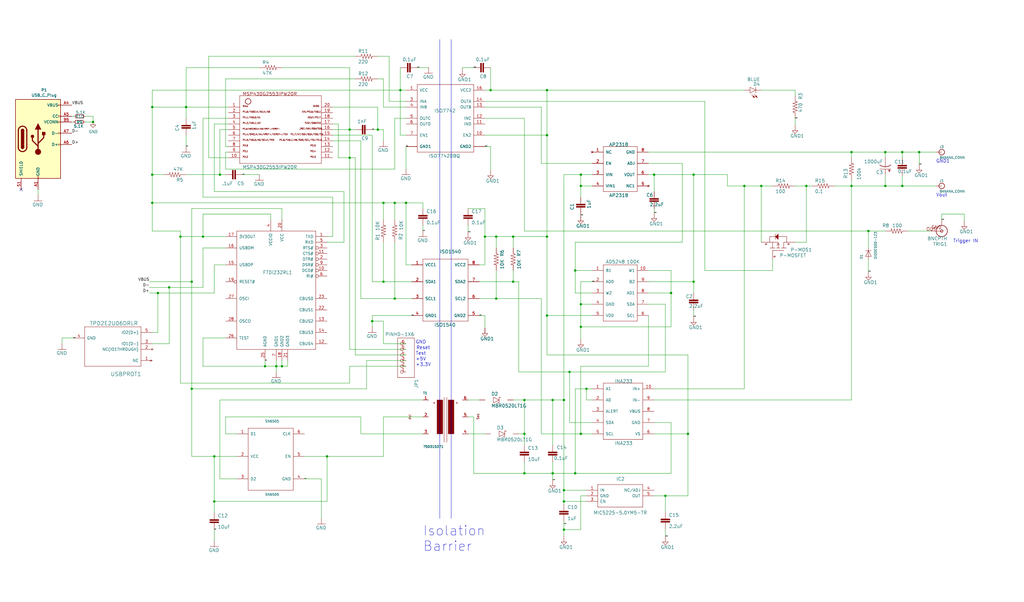
<source format=kicad_sch>
(kicad_sch (version 20230121) (generator eeschema)
  (paper "User" 461.239 271.323)
  (junction (at 218.44 106.68))
  (junction (at 83.82 48.26))
  (junction (at 261.62 78.74))
  (junction (at 177.8 91.44))
  (junction (at 41.91 54.991))
  (junction (at 81.28 106.68))
  (junction (at 86.36 127))
  (junction (at 246.38 106.68))
  (junction (at 231.14 127))
  (junction (at 309.88 195.58))
  (junction (at 261.62 147.32))
  (junction (at 96.52 226.06))
  (junction (at 259.08 121.92))
  (junction (at 236.22 213.36))
  (junction (at 383.54 83.82))
  (junction (at 261.62 137.16))
  (junction (at 248.92 213.36))
  (junction (at 391.16 104.14))
  (junction (at 363.22 83.82))
  (junction (at 170.18 58.42))
  (junction (at 68.58 48.26))
  (junction (at 172.72 91.44))
  (junction (at 246.38 40.64))
  (junction (at 99.06 78.74))
  (junction (at 86.36 175.26))
  (junction (at 223.52 134.62))
  (junction (at 302.26 132.08))
  (junction (at 248.92 180.34))
  (junction (at 246.38 142.24))
  (junction (at 254 238.76))
  (junction (at 91.44 106.68))
  (junction (at 294.64 78.74))
  (junction (at 147.32 205.74))
  (junction (at 299.72 223.52))
  (junction (at 406.4 83.82))
  (junction (at 127 165.1))
  (junction (at 312.42 78.74))
  (junction (at 68.58 78.74))
  (junction (at 254 220.98))
  (junction (at 254 226.06))
  (junction (at 172.72 127))
  (junction (at 414.02 68.58))
  (junction (at 96.52 205.74))
  (junction (at 254 180.34))
  (junction (at 406.4 68.58))
  (junction (at 68.58 91.44))
  (junction (at 256.54 167.64))
  (junction (at 383.54 68.58))
  (junction (at 119.38 165.1))
  (junction (at 246.38 60.96))
  (junction (at 231.14 106.68))
  (junction (at 180.34 40.64))
  (junction (at 182.88 91.44))
  (junction (at 261.62 83.82))
  (junction (at 335.28 83.82))
  (junction (at 264.16 175.26))
  (junction (at 398.78 68.58))
  (junction (at 177.8 134.62))
  (junction (at 398.78 83.82))
  (junction (at 167.64 144.78))
  (junction (at 157.48 58.42))
  (junction (at 124.46 165.1))
  (junction (at 157.48 71.12))
  (junction (at 312.42 127))
  (junction (at 259.08 213.36))
  (junction (at 223.52 106.68))
  (junction (at 342.9 83.82))
  (junction (at 261.62 195.58))
  (junction (at 76.2 129.54))
  (junction (at 71.12 132.08))
  (junction (at 236.22 180.34))
  (junction (at 236.22 195.58))
  (junction (at 220.98 40.64))
  (no_connect (at 9.525 85.471))
  (wire (pts (xy 106.68 215.9) (xy 99.06 215.9)))
  (wire (pts (xy 149.86 88.9) (xy 91.44 88.9)))
  (wire (pts (xy 414.02 68.58) (xy 406.4 68.58)))
  (wire (pts (xy 223.52 106.68) (xy 231.14 106.68)))
  (wire (pts (xy 172.72 187.96) (xy 190.5 187.96)))
  (wire (pts (xy 157.48 58.42) (xy 160.02 58.42)))
  (wire (pts (xy 71.12 149.86) (xy 71.12 132.08)))
  (wire (pts (xy 83.82 53.34) (xy 83.82 48.26)))
  (wire (pts (xy 91.44 88.9) (xy 91.44 53.34)))
  (wire (pts (xy 266.7 142.24) (xy 246.38 142.24)))
  (wire (pts (xy 398.78 78.74) (xy 398.78 83.82)))
  (wire (pts (xy 144.78 215.9) (xy 144.78 233.68)))
  (wire (pts (xy 243.84 195.58) (xy 261.62 195.58)))
  (wire (pts (xy 248.92 180.34) (xy 254 180.34)))
  (wire (pts (xy 172.72 127) (xy 185.42 127)))
  (wire (pts (xy 99.06 180.34) (xy 190.5 180.34)))
  (wire (pts (xy 91.44 106.68) (xy 101.6 106.68)))
  (wire (pts (xy 96.52 231.14) (xy 96.52 226.06)))
  (wire (pts (xy 261.62 223.52) (xy 261.62 238.76)))
  (wire (pts (xy 162.56 195.58) (xy 190.5 195.58)))
  (wire (pts (xy 170.18 48.26) (xy 170.18 58.42)))
  (wire (pts (xy 210.82 195.58) (xy 218.44 195.58)))
  (wire (pts (xy 236.22 208.28) (xy 236.22 213.36)))
  (wire (pts (xy 391.16 111.76) (xy 391.16 104.14)))
  (wire (pts (xy 180.34 40.64) (xy 68.58 40.64)))
  (wire (pts (xy 68.58 149.86) (xy 71.12 149.86)))
  (wire (pts (xy 71.12 132.08) (xy 96.52 132.08)))
  (wire (pts (xy 119.38 162.56) (xy 119.38 165.1)))
  (wire (pts (xy 99.06 58.42) (xy 99.06 78.74)))
  (wire (pts (xy 17.145 85.471) (xy 17.145 88.011)))
  (wire (pts (xy 335.28 175.26) (xy 294.64 175.26)))
  (wire (pts (xy 68.58 48.26) (xy 83.82 48.26)))
  (wire (pts (xy 312.42 127) (xy 312.42 78.74)))
  (wire (pts (xy 167.64 144.78) (xy 167.64 147.32)))
  (wire (pts (xy 383.54 68.58) (xy 292.1 68.58)))
  (wire (pts (xy 302.26 213.36) (xy 259.08 213.36)))
  (wire (pts (xy 292.1 121.92) (xy 302.26 121.92)))
  (wire (pts (xy 223.52 111.76) (xy 223.52 106.68)))
  (wire (pts (xy 317.5 121.92) (xy 347.98 121.92)))
  (wire (pts (xy 266.7 78.74) (xy 261.62 78.74)))
  (wire (pts (xy 157.48 71.12) (xy 160.02 71.12)))
  (wire (pts (xy 218.44 60.96) (xy 246.38 60.96)))
  (wire (pts (xy 294.64 86.36) (xy 294.64 78.74)))
  (wire (pts (xy 246.38 160.02) (xy 246.38 142.24)))
  (wire (pts (xy 106.68 195.58) (xy 101.6 195.58)))
  (wire (pts (xy 157.48 165.1) (xy 182.88 165.1)))
  (wire (pts (xy 167.64 142.24) (xy 167.64 144.78)))
  (wire (pts (xy 266.7 180.34) (xy 264.16 180.34)))
  (wire (pts (xy 121.92 96.52) (xy 91.44 96.52)))
  (wire (pts (xy 261.62 238.76) (xy 254 238.76)))
  (wire (pts (xy 391.16 122.428) (xy 391.16 116.84)))
  (wire (pts (xy 175.26 25.4) (xy 170.18 25.4)))
  (wire (pts (xy 254 78.74) (xy 261.62 78.74)))
  (wire (pts (xy 299.72 230.886) (xy 299.72 223.52)))
  (wire (pts (xy 127 30.48) (xy 157.48 30.48)))
  (wire (pts (xy 383.54 81.28) (xy 383.54 83.82)))
  (wire (pts (xy 261.62 147.32) (xy 261.62 152.908)))
  (wire (pts (xy 254 180.34) (xy 254 78.74)))
  (wire (pts (xy 223.52 134.62) (xy 243.84 134.62)))
  (wire (pts (xy 81.28 106.68) (xy 81.28 104.14)))
  (wire (pts (xy 177.8 109.22) (xy 177.8 134.62)))
  (wire (pts (xy 347.98 121.92) (xy 347.98 116.84)))
  (wire (pts (xy 157.48 30.48) (xy 157.48 58.42)))
  (wire (pts (xy 254 234.95) (xy 254 238.76)))
  (wire (pts (xy 83.82 66.04) (xy 83.82 60.96)))
  (wire (pts (xy 261.62 165.1) (xy 261.62 195.58)))
  (wire (pts (xy 264.16 220.98) (xy 254 220.98)))
  (wire (pts (xy 406.4 71.374) (xy 406.4 68.58)))
  (wire (pts (xy 264.16 226.06) (xy 254 226.06)))
  (wire (pts (xy 264.16 223.52) (xy 261.62 223.52)))
  (wire (pts (xy 182.88 66.04) (xy 182.88 76.2)))
  (wire (pts (xy 99.06 78.74) (xy 101.6 78.74)))
  (wire (pts (xy 254 220.98) (xy 254 226.06)))
  (wire (pts (xy 363.22 109.22) (xy 363.22 83.82)))
  (wire (pts (xy 154.94 86.36) (xy 154.94 109.22)))
  (wire (pts (xy 180.34 30.48) (xy 180.34 40.64)))
  (wire (pts (xy 162.56 63.5) (xy 162.56 134.62)))
  (wire (pts (xy 177.8 134.62) (xy 185.42 134.62)))
  (wire (pts (xy 215.9 119.38) (xy 218.44 119.38)))
  (wire (pts (xy 307.34 73.66) (xy 307.34 109.22)))
  (wire (pts (xy 264.16 175.26) (xy 259.08 175.26)))
  (wire (pts (xy 147.32 106.68) (xy 149.86 106.68)))
  (wire (pts (xy 261.62 83.82) (xy 261.62 88.9)))
  (wire (pts (xy 33.401 52.451) (xy 32.385 52.451)))
  (wire (pts (xy 124.46 167.64) (xy 124.46 165.1)))
  (wire (pts (xy 220.98 40.64) (xy 246.38 40.64)))
  (wire (pts (xy 342.9 109.22) (xy 342.9 83.82)))
  (wire (pts (xy 96.52 86.36) (xy 154.94 86.36)))
  (wire (pts (xy 172.72 63.5) (xy 172.72 58.42)))
  (wire (pts (xy 236.22 104.14) (xy 391.16 104.14)))
  (wire (pts (xy 294.64 78.74) (xy 312.42 78.74)))
  (wire (pts (xy 299.72 167.64) (xy 256.54 167.64)))
  (wire (pts (xy 398.78 83.82) (xy 406.4 83.82)))
  (wire (pts (xy 93.98 25.4) (xy 160.02 25.4)))
  (wire (pts (xy 91.44 129.54) (xy 91.44 111.76)))
  (wire (pts (xy 91.44 165.1) (xy 119.38 165.1)))
  (wire (pts (xy 102.87 66.04) (xy 101.6 66.04)))
  (wire (pts (xy 302.26 132.08) (xy 292.1 132.08)))
  (wire (pts (xy 177.8 53.34) (xy 177.8 76.2)))
  (wire (pts (xy 68.58 48.26) (xy 68.58 40.64)))
  (wire (pts (xy 83.82 48.26) (xy 83.82 30.48)))
  (wire (pts (xy 398.78 68.58) (xy 383.54 68.58)))
  (polyline (pts (xy 198.12 233.68) (xy 198.12 17.78)))
  (wire (pts (xy 137.16 215.9) (xy 144.78 215.9)))
  (wire (pts (xy 406.4 83.82) (xy 421.64 83.82)))
  (wire (pts (xy 172.72 35.56) (xy 172.72 48.26)))
  (wire (pts (xy 383.54 83.82) (xy 398.78 83.82)))
  (wire (pts (xy 419.1 104.14) (xy 408.94 104.14)))
  (wire (pts (xy 236.22 104.14) (xy 236.22 53.34)))
  (wire (pts (xy 256.54 190.5) (xy 266.7 190.5)))
  (wire (pts (xy 167.64 127) (xy 172.72 127)))
  (wire (pts (xy 220.98 30.48) (xy 220.98 40.64)))
  (wire (pts (xy 231.14 180.34) (xy 236.22 180.34)))
  (wire (pts (xy 27.94 152.4) (xy 27.94 154.94)))
  (wire (pts (xy 213.36 213.36) (xy 236.22 213.36)))
  (wire (pts (xy 246.38 106.68) (xy 246.38 142.24)))
  (wire (pts (xy 213.36 30.48) (xy 208.28 30.48)))
  (wire (pts (xy 406.4 68.58) (xy 398.78 68.58)))
  (wire (pts (xy 157.48 58.42) (xy 157.48 71.12)))
  (wire (pts (xy 81.28 172.72) (xy 157.48 172.72)))
  (wire (pts (xy 147.32 205.74) (xy 172.72 205.74)))
  (wire (pts (xy 86.36 127) (xy 86.36 93.98)))
  (wire (pts (xy 218.44 119.38) (xy 218.44 106.68)))
  (wire (pts (xy 170.18 35.56) (xy 172.72 35.56)))
  (wire (pts (xy 190.5 93.98) (xy 190.5 91.44)))
  (wire (pts (xy 210.82 93.98) (xy 218.44 93.98)))
  (wire (pts (xy 86.36 205.74) (xy 96.52 205.74)))
  (wire (pts (xy 302.26 121.92) (xy 302.26 132.08)))
  (wire (pts (xy 182.88 40.64) (xy 180.34 40.64)))
  (wire (pts (xy 101.6 187.96) (xy 162.56 187.96)))
  (wire (pts (xy 91.44 53.34) (xy 102.87 53.34)))
  (wire (pts (xy 309.88 160.02) (xy 246.38 160.02)))
  (wire (pts (xy 68.58 104.14) (xy 68.58 91.44)))
  (wire (pts (xy 434.34 99.568) (xy 434.34 96.52)))
  (wire (pts (xy 101.6 152.4) (xy 91.44 152.4)))
  (wire (pts (xy 102.87 68.58) (xy 101.6 68.58)))
  (wire (pts (xy 160.02 71.12) (xy 160.02 160.02)))
  (wire (pts (xy 327.66 83.82) (xy 335.28 83.82)))
  (wire (pts (xy 182.88 53.34) (xy 177.8 53.34)))
  (wire (pts (xy 294.64 223.52) (xy 299.72 223.52)))
  (wire (pts (xy 236.22 195.58) (xy 233.68 195.58)))
  (wire (pts (xy 233.68 127) (xy 233.68 167.64)))
  (wire (pts (xy 162.56 187.96) (xy 162.56 195.58)))
  (wire (pts (xy 231.14 111.76) (xy 231.14 106.68)))
  (wire (pts (xy 102.87 58.42) (xy 99.06 58.42)))
  (wire (pts (xy 172.72 144.78) (xy 172.72 154.94)))
  (wire (pts (xy 121.92 99.06) (xy 121.92 96.52)))
  (wire (pts (xy 149.86 63.5) (xy 162.56 63.5)))
  (wire (pts (xy 38.227 54.991) (xy 41.91 54.991)))
  (wire (pts (xy 165.1 175.26) (xy 165.1 162.56)))
  (wire (pts (xy 91.44 152.4) (xy 91.44 165.1)))
  (wire (pts (xy 102.87 55.88) (xy 96.52 55.88)))
  (wire (pts (xy 86.36 127) (xy 86.36 175.26)))
  (wire (pts (xy 398.78 104.14) (xy 391.16 104.14)))
  (wire (pts (xy 38.481 52.451) (xy 41.91 52.451)))
  (wire (pts (xy 177.8 99.06) (xy 177.8 91.44)))
  (wire (pts (xy 243.84 48.26) (xy 243.84 73.66)))
  (wire (pts (xy 149.86 106.68) (xy 149.86 88.9)))
  (wire (pts (xy 210.82 104.648) (xy 210.82 101.6)))
  (wire (pts (xy 358.14 40.64) (xy 358.14 43.18)))
  (wire (pts (xy 172.72 109.22) (xy 172.72 127)))
  (wire (pts (xy 261.62 137.16) (xy 261.62 147.32)))
  (wire (pts (xy 86.36 127) (xy 67.31 127)))
  (wire (pts (xy 307.34 109.22) (xy 259.08 109.22)))
  (wire (pts (xy 236.22 180.34) (xy 248.92 180.34)))
  (wire (pts (xy 327.66 78.74) (xy 327.66 83.82)))
  (wire (pts (xy 312.42 132.08) (xy 312.42 127)))
  (wire (pts (xy 406.4 83.82) (xy 406.4 78.994)))
  (wire (pts (xy 86.36 175.26) (xy 86.36 205.74)))
  (wire (pts (xy 299.72 137.16) (xy 299.72 167.64)))
  (wire (pts (xy 129.54 165.1) (xy 129.54 162.56)))
  (wire (pts (xy 177.8 91.44) (xy 182.88 91.44)))
  (wire (pts (xy 149.86 55.88) (xy 152.4 55.88)))
  (wire (pts (xy 383.54 180.34) (xy 383.54 83.82)))
  (wire (pts (xy 302.26 190.5) (xy 302.26 213.36)))
  (wire (pts (xy 236.22 180.34) (xy 236.22 195.58)))
  (wire (pts (xy 93.98 71.12) (xy 93.98 25.4)))
  (wire (pts (xy 101.6 195.58) (xy 101.6 187.96)))
  (wire (pts (xy 292.1 137.16) (xy 299.72 137.16)))
  (wire (pts (xy 68.58 78.74) (xy 68.58 91.44)))
  (wire (pts (xy 167.64 144.78) (xy 172.72 144.78)))
  (wire (pts (xy 312.42 78.74) (xy 327.66 78.74)))
  (wire (pts (xy 261.62 147.32) (xy 302.26 147.32)))
  (wire (pts (xy 233.68 167.64) (xy 256.54 167.64)))
  (wire (pts (xy 33.02 152.4) (xy 27.94 152.4)))
  (wire (pts (xy 101.6 68.58) (xy 101.6 76.2)))
  (wire (pts (xy 81.28 172.72) (xy 81.28 106.68)))
  (wire (pts (xy 127 165.1) (xy 127 162.56)))
  (wire (pts (xy 172.72 91.44) (xy 177.8 91.44)))
  (wire (pts (xy 246.38 60.96) (xy 246.38 106.68)))
  (wire (pts (xy 157.48 172.72) (xy 157.48 165.1)))
  (wire (pts (xy 81.28 106.68) (xy 91.44 106.68)))
  (wire (pts (xy 101.6 35.56) (xy 160.02 35.56)))
  (wire (pts (xy 96.52 55.88) (xy 96.52 86.36)))
  (wire (pts (xy 414.02 68.58) (xy 421.64 68.58)))
  (wire (pts (xy 223.52 134.62) (xy 223.52 121.92)))
  (wire (pts (xy 147.32 205.74) (xy 147.32 226.06)))
  (wire (pts (xy 149.86 58.42) (xy 157.48 58.42)))
  (wire (pts (xy 261.62 127) (xy 261.62 137.16)))
  (wire (pts (xy 299.72 223.52) (xy 309.88 223.52)))
  (wire (pts (xy 243.84 134.62) (xy 243.84 195.58)))
  (wire (pts (xy 246.38 40.64) (xy 335.28 40.64)))
  (wire (pts (xy 190.5 104.14) (xy 190.5 101.6)))
  (wire (pts (xy 127 165.1) (xy 129.54 165.1)))
  (wire (pts (xy 254 238.76) (xy 254 241.808)))
  (wire (pts (xy 398.78 71.12) (xy 398.78 68.58)))
  (wire (pts (xy 243.84 73.66) (xy 266.7 73.66)))
  (wire (pts (xy 342.9 83.82) (xy 347.98 83.82)))
  (wire (pts (xy 96.52 205.74) (xy 106.68 205.74)))
  (wire (pts (xy 218.44 45.72) (xy 317.5 45.72)))
  (wire (pts (xy 363.22 83.82) (xy 365.76 83.82)))
  (wire (pts (xy 96.52 238.76) (xy 96.52 243.84)))
  (wire (pts (xy 236.22 200.66) (xy 236.22 195.58)))
  (wire (pts (xy 254 227.33) (xy 254 226.06)))
  (wire (pts (xy 167.64 60.96) (xy 167.64 127)))
  (wire (pts (xy 299.72 241.808) (xy 299.72 238.506)))
  (wire (pts (xy 335.28 83.82) (xy 342.9 83.82)))
  (wire (pts (xy 231.14 121.92) (xy 231.14 127)))
  (wire (pts (xy 109.22 78.74) (xy 116.84 78.74)))
  (wire (pts (xy 213.36 213.36) (xy 213.36 187.96)))
  (wire (pts (xy 259.08 175.26) (xy 259.08 213.36)))
  (wire (pts (xy 218.44 48.26) (xy 243.84 48.26)))
  (wire (pts (xy 101.6 66.04) (xy 101.6 35.56)))
  (wire (pts (xy 218.44 40.64) (xy 220.98 40.64)))
  (wire (pts (xy 68.58 91.44) (xy 172.72 91.44)))
  (wire (pts (xy 96.52 119.38) (xy 101.6 119.38)))
  (wire (pts (xy 76.2 129.54) (xy 76.2 154.94)))
  (wire (pts (xy 162.56 134.62) (xy 177.8 134.62)))
  (wire (pts (xy 259.08 109.22) (xy 259.08 121.92)))
  (wire (pts (xy 208.28 30.48) (xy 208.28 30.988)))
  (wire (pts (xy 294.64 190.5) (xy 302.26 190.5)))
  (wire (pts (xy 152.4 55.88) (xy 152.4 71.12)))
  (wire (pts (xy 102.87 71.12) (xy 93.98 71.12)))
  (wire (pts (xy 248.92 213.36) (xy 259.08 213.36)))
  (wire (pts (xy 294.64 195.58) (xy 309.88 195.58)))
  (wire (pts (xy 167.64 142.24) (xy 185.42 142.24)))
  (wire (pts (xy 375.92 83.82) (xy 383.54 83.82)))
  (wire (pts (xy 172.72 99.06) (xy 172.72 91.44)))
  (wire (pts (xy 294.64 96.012) (xy 294.64 93.98)))
  (wire (pts (xy 218.44 93.98) (xy 218.44 106.68)))
  (wire (pts (xy 182.88 91.44) (xy 182.88 119.38)))
  (wire (pts (xy 218.44 66.04) (xy 220.98 66.04)))
  (wire (pts (xy 68.58 48.26) (xy 68.58 78.74)))
  (wire (pts (xy 215.9 127) (xy 231.14 127)))
  (wire (pts (xy 424.18 99.06) (xy 424.18 96.52)))
  (wire (pts (xy 86.36 93.98) (xy 127 93.98)))
  (wire (pts (xy 157.48 71.12) (xy 157.48 157.48)))
  (wire (pts (xy 246.38 60.96) (xy 246.38 40.64)))
  (wire (pts (xy 259.08 121.92) (xy 259.08 132.08)))
  (wire (pts (xy 266.7 127) (xy 261.62 127)))
  (wire (pts (xy 96.52 132.08) (xy 96.52 119.38)))
  (wire (pts (xy 101.6 76.2) (xy 177.8 76.2)))
  (wire (pts (xy 261.62 97.028) (xy 261.62 96.52)))
  (wire (pts (xy 292.1 142.24) (xy 292.1 165.1)))
  (wire (pts (xy 99.06 78.74) (xy 83.82 78.74)))
  (wire (pts (xy 218.44 106.68) (xy 223.52 106.68)))
  (wire (pts (xy 312.42 142.748) (xy 312.42 139.7)))
  (wire (pts (xy 292.1 73.66) (xy 307.34 73.66)))
  (wire (pts (xy 182.88 119.38) (xy 185.42 119.38)))
  (wire (pts (xy 76.2 129.54) (xy 91.44 129.54)))
  (wire (pts (xy 358.14 53.34) (xy 358.14 56.388)))
  (wire (pts (xy 213.36 187.96) (xy 210.82 187.96)))
  (wire (pts (xy 147.32 226.06) (xy 96.52 226.06)))
  (wire (pts (xy 383.54 71.12) (xy 383.54 68.58)))
  (wire (pts (xy 102.87 48.26) (xy 83.82 48.26)))
  (wire (pts (xy 137.16 205.74) (xy 147.32 205.74)))
  (wire (pts (xy 215.9 134.62) (xy 223.52 134.62)))
  (wire (pts (xy 180.34 60.96) (xy 180.34 40.64)))
  (wire (pts (xy 182.88 60.96) (xy 180.34 60.96)))
  (wire (pts (xy 127 93.98) (xy 127 99.06)))
  (wire (pts (xy 261.62 195.58) (xy 266.7 195.58)))
  (polyline (pts (xy 203.2 233.68) (xy 203.2 17.78)))
  (wire (pts (xy 154.94 109.22) (xy 147.32 109.22)))
  (wire (pts (xy 210.82 180.34) (xy 215.9 180.34)))
  (wire (pts (xy 175.26 45.72) (xy 182.88 45.72)))
  (wire (pts (xy 266.7 83.82) (xy 261.62 83.82)))
  (wire (pts (xy 41.91 52.451) (xy 41.91 54.991)))
  (wire (pts (xy 81.28 104.14) (xy 68.58 104.14)))
  (wire (pts (xy 414.02 74.168) (xy 414.02 68.58)))
  (wire (pts (xy 231.14 106.68) (xy 246.38 106.68)))
  (wire (pts (xy 157.48 157.48) (xy 182.88 157.48)))
  (wire (pts (xy 248.92 213.36) (xy 248.92 216.408)))
  (wire (pts (xy 149.86 48.26) (xy 170.18 48.26)))
  (wire (pts (xy 259.08 132.08) (xy 266.7 132.08)))
  (wire (pts (xy 215.9 142.24) (xy 218.44 142.24)))
  (wire (pts (xy 124.46 165.1) (xy 124.46 162.56)))
  (wire (pts (xy 236.22 213.36) (xy 248.92 213.36)))
  (wire (pts (xy 309.88 195.58) (xy 309.88 160.02)))
  (wire (pts (xy 292.1 165.1) (xy 261.62 165.1)))
  (wire (pts (xy 182.88 48.26) (xy 172.72 48.26)))
  (wire (pts (xy 218.44 53.34) (xy 236.22 53.34)))
  (wire (pts (xy 335.28 83.82) (xy 335.28 175.26)))
  (wire (pts (xy 266.7 175.26) (xy 264.16 175.26)))
  (wire (pts (xy 187.96 30.48) (xy 193.04 30.48)))
  (wire (pts (xy 119.38 165.1) (xy 124.46 165.1)))
  (wire (pts (xy 248.92 200.66) (xy 248.92 180.34)))
  (wire (pts (xy 165.1 162.56) (xy 182.88 162.56)))
  (wire (pts (xy 152.4 71.12) (xy 157.48 71.12)))
  (wire (pts (xy 170.18 58.42) (xy 172.72 58.42)))
  (wire (pts (xy 91.44 96.52) (xy 91.44 106.68)))
  (wire (pts (xy 266.7 137.16) (xy 261.62 137.16)))
  (wire (pts (xy 32.385 54.991) (xy 33.147 54.991)))
  (wire (pts (xy 261.62 78.74) (xy 261.62 83.82)))
  (wire (pts (xy 342.9 40.64) (xy 358.14 40.64)))
  (wire (pts (xy 292.1 127) (xy 312.42 127)))
  (wire (pts (xy 358.14 109.22) (xy 363.22 109.22)))
  (wire (pts (xy 259.08 121.92) (xy 266.7 121.92)))
  (wire (pts (xy 73.66 78.74) (xy 68.58 78.74)))
  (wire (pts (xy 67.31 129.54) (xy 76.2 129.54)))
  (wire (pts (xy 99.06 215.9) (xy 99.06 180.34)))
  (wire (pts (xy 83.82 30.48) (xy 116.84 30.48)))
  (wire (pts (xy 91.44 111.76) (xy 101.6 111.76)))
  (wire (pts (xy 317.5 45.72) (xy 317.5 121.92)))
  (wire (pts (xy 190.5 91.44) (xy 182.88 91.44)))
  (wire (pts (xy 264.16 180.34) (xy 264.16 175.26)))
  (wire (pts (xy 248.92 213.36) (xy 248.92 208.28)))
  (wire (pts (xy 309.88 223.52) (xy 309.88 195.58)))
  (wire (pts (xy 160.02 160.02) (xy 182.88 160.02)))
  (wire (pts (xy 424.18 96.52) (xy 434.34 96.52)))
  (wire (pts (xy 256.54 167.64) (xy 256.54 190.5)))
  (wire (pts (xy 218.44 142.24) (xy 218.44 147.828)))
  (wire (pts (xy 358.14 83.82) (xy 363.22 83.82)))
  (wire (pts (xy 292.1 78.74) (xy 294.64 78.74)))
  (wire (pts (xy 167.64 58.42) (xy 170.18 58.42)))
  (wire (pts (xy 86.36 175.26) (xy 165.1 175.26)))
  (wire (pts (xy 302.26 147.32) (xy 302.26 132.08)))
  (wire (pts (xy 231.14 127) (xy 233.68 127)))
  (wire (pts (xy 76.2 154.94) (xy 68.58 154.94)))
  (wire (pts (xy 124.46 165.1) (xy 127 165.1)))
  (wire (pts (xy 172.72 154.94) (xy 182.88 154.94)))
  (wire (pts (xy 383.54 180.34) (xy 294.64 180.34)))
  (wire (pts (xy 149.86 60.96) (xy 167.64 60.96)))
  (wire (pts (xy 254 180.34) (xy 254 220.98)))
  (wire (pts (xy 172.72 205.74) (xy 172.72 187.96)))
  (wire (pts (xy 67.31 132.08) (xy 71.12 132.08)))
  (wire (pts (xy 96.52 226.06) (xy 96.52 205.74)))
  (wire (pts (xy 175.26 25.4) (xy 175.26 45.72)))
  (wire (pts (xy 220.98 66.04) (xy 220.98 76.708)))
  (text "+3.3V" (at 187.198 165.354 0) (effects (font (size 1.4986 1.4986)) (justify left bottom)))
  (text "Reset" (at 187.452 157.734 0) (effects (font (size 1.4986 1.4986)) (justify left bottom)))
  (text "Isolation\nBarrier" (at 190.5 248.92 0) (effects (font (size 4.318 4.318)) (justify left bottom)))
  (text "+5V" (at 187.198 162.814 0) (effects (font (size 1.4986 1.4986)) (justify left bottom)))
  (text "Vout" (at 421.64 88.9 0) (effects (font (size 1.4986 1.4986)) (justify left bottom)))
  (text "GND" (at 187.198 155.194 0) (effects (font (size 1.4986 1.4986)) (justify left bottom)))
  (text "Test" (at 187.198 160.274 0) (effects (font (size 1.4986 1.4986)) (justify left bottom)))
  (text "GND1" (at 421.64 73.66 0) (effects (font (size 1.4986 1.4986)) (justify left bottom)))
  (text "Trigger IN" (at 429.26 109.601 0) (effects (font (size 1.4986 1.4986)) (justify left bottom)))
  (label "GND1" (at 248.92 216.408 0) (effects (font (size 0.254 0.254))))
  (label "GND" (at 119.38 162.56 0) (effects (font (size 0.254 0.254))))
  (label "GND1" (at 213.36 30.48 0) (effects (font (size 0.254 0.254))))
  (label "GND1" (at 358.14 53.34 0) (effects (font (size 0.254 0.254))))
  (label "GND1" (at 299.72 241.808 0) (effects (font (size 0.254 0.254))))
  (label "VBUS" (at 32.385 47.371 0))
  (label "GND1" (at 312.42 142.748 0) (effects (font (size 0.254 0.254))))
  (label "D+" (at 32.385 65.151 0))
  (label "GND1" (at 210.82 104.648 0) (effects (font (size 0.254 0.254))))
  (label "GND" (at 137.16 215.9 0) (effects (font (size 0.254 0.254))))
  (label "D-" (at 67.31 129.54 180))
  (label "GND1" (at 266.7 127 0) (effects (font (size 0.254 0.254))))
  (label "GND1" (at 424.18 99.06 0) (effects (font (size 0.254 0.254))))
  (label "GND1" (at 215.9 142.24 0) (effects (font (size 0.254 0.254))))
  (label "GND1" (at 261.62 97.028 0) (effects (font (size 0.254 0.254))))
  (label "GND1" (at 294.64 96.012 0) (effects (font (size 0.254 0.254))))
  (label "GND" (at 96.52 238.76 0) (effects (font (size 0.254 0.254))))
  (label "GND" (at 33.02 152.4 0) (effects (font (size 0.254 0.254))))
  (label "GND1" (at 218.44 66.04 0) (effects (font (size 0.254 0.254))))
  (label "GND" (at 187.96 30.48 0) (effects (font (size 0.254 0.254))))
  (label "GND" (at 190.5 104.14 0) (effects (font (size 0.254 0.254))))
  (label "GND1" (at 254 236.22 0) (effects (font (size 0.254 0.254))))
  (label "D+" (at 67.31 132.08 180))
  (label "GND1" (at 391.16 122.428 0) (effects (font (size 0.254 0.254))))
  (label "GND" (at 83.82 66.04 0) (effects (font (size 0.254 0.254))))
  (label "D-" (at 32.385 60.071 0))
  (label "VBUS" (at 67.31 127 180))
  (label "GND" (at 167.64 58.42 0) (effects (font (size 0.254 0.254))))
  (label "GND1" (at 414.02 74.168 0) (effects (font (size 0.254 0.254))))
  (label "GND" (at 109.22 78.74 0) (effects (font (size 0.254 0.254))))
  (label "GND" (at 182.88 66.04 0) (effects (font (size 0.254 0.254))))
  (label "GND" (at 185.42 142.24 0) (effects (font (size 0.254 0.254))))
  (global_label "NC" (shape bidirectional) (at 68.58 162.56 180) (effects (font (size 0.254 0.254))) (property "Intersheetrefs" "${INTERSHEET_REFS}" (effects hide)))
  (symbol (lib_id "Production_Rev_A-eagle-import:750315371") (at 200.66 187.96 0) (unit 1)
    (property "Reference" "T1" (at 190.5 177.8 0) (effects (font (size 1.0668 1.0668)) (justify left bottom)))
    (property "Value" "750315371" (at 190.5 201.93 0) (effects (font (size 1.0668 1.0668)) (justify left bottom)))
    (property "Footprint" "Production_Rev_A:TOR-6P-HT4_SMT_6PIN_(1201)" (effects hide))
    (property "manf#" "710-750315371" (effects hide))
    (property "Provedor " "Mouser" (effects hide))
  )
  (symbol (lib_id "Production_Rev_A-eagle-import:TPD2E2U06DRLR") (at 50.8 160.02 180) (unit 1)
    (property "Reference" "USBPROT1" (at 63.6524 167.64 0) (effects (font (size 1.7526 1.7526)) (justify left bottom)))
    (property "Value" "TPD2E2U06DRLR" (at 62.23 144.78 0) (effects (font (size 1.7526 1.7526)) (justify left bottom)))
    (property "Footprint" "Production_Rev_A:SOT50P160X60-5N" (effects hide))
    (property "manf#" "595-TPD2E2U06DRLR" (effects hide))
    (property "Provedor " "Mouser " (effects hide))
  )
  (symbol (lib_id "Production_Rev_A-eagle-import:CAP1206") (at 104.14 78.74 270) (unit 1)
    (property "Reference" "C5" (at 106.807 83.566 90) (effects (font (size 1.4986 1.4986)) (justify left bottom)))
    (property "Value" ".1uF" (at 99.949 83.566 90) (effects (font (size 1.4986 1.4986)) (justify left bottom)))
    (property "Footprint" "Production_Rev_A:1206" (effects hide))
    (property "manf#" "C110253" (effects hide))
    (property "Provedor " "LCSC" (effects hide))
  )
  (symbol (lib_id "Production_Rev_A-eagle-import:GND1") (at 210.82 107.188 0) (unit 1)
    (property "Reference" "#SUPPLY013" (effects hide))
    (property "Value" "GND1" (at 208.661 110.363 0) (effects (font (size 1.4986 1.4986)) (justify left bottom)))
  )
  (symbol (lib_id "Production_Rev_A-eagle-import:GND") (at 172.72 66.04 0) (unit 1)
    (property "Reference" "#GND02" (effects hide))
    (property "Value" "GND" (at 170.18 68.58 0) (effects (font (size 1.4986 1.4986)) (justify left bottom)))
  )
  (symbol (lib_id "Production_Rev_A-eagle-import:G2X[0_3]2---PW20") (at 127 58.42 0) (unit 1)
    (property "Reference" "MSP430G2553IPW20R" (at 109.22 76.2 0) (effects (font (size 1.4986 1.4986)) (justify left bottom)))
    (property "Value" "MSP430G2553IPW20R" (effects hide))
    (property "Footprint" "Production_Rev_A:PW20" (effects hide))
    (property "manf#" "595-SP430G2553IPW20R" (effects hide))
    (property "Provedor " "Mouser" (effects hide))
  )
  (symbol (lib_id "Production_Rev_A-eagle-import:GND") (at 190.5 106.68 0) (unit 1)
    (property "Reference" "#GND011" (effects hide))
    (property "Value" "GND" (at 187.96 109.22 0) (effects (font (size 1.4986 1.4986)) (justify left bottom)))
  )
  (symbol (lib_id "Production_Rev_A-eagle-import:BNCPTH") (at 424.18 104.14 180) (unit 1)
    (property "Reference" "TRIG1" (at 426.72 109.22 0) (effects (font (size 1.4986 1.4986)) (justify left bottom)))
    (property "Value" "BNCPTH" (at 426.72 106.68 0) (effects (font (size 1.4986 1.4986)) (justify left bottom)))
    (property "Footprint" "Production_Rev_A:BNC" (effects hide))
    (property "Provedor " "Mouser" (effects hide))
    (property "manf#" "530-CPBNCPC-010" (effects hide))
  )
  (symbol (lib_id "Production_Rev_A-eagle-import:MBR0520LT1G") (at 223.52 180.34 0) (unit 1)
    (property "Reference" "D2" (at 221.234 178.435 0) (effects (font (size 1.4986 1.4986)) (justify left bottom)))
    (property "Value" "MBR0520LT1G" (at 221.234 183.769 0) (effects (font (size 1.4986 1.4986)) (justify left bottom)))
    (property "Footprint" "Production_Rev_A:SOD3716X117(SOD-123)" (effects hide))
    (property "manf#" "863-MBR0520LT1G" (effects hide))
    (property "Provedor " "Mouser" (effects hide))
  )
  (symbol (lib_id "Production_Rev_A-eagle-import:ISO1540") (at 231.14 142.24 0) (unit 1)
    (property "Reference" "ISO1540" (at 198.12 114.3 0) (effects (font (size 1.4986 1.4986)) (justify left bottom)))
    (property "Value" "ISO1540" (at 195.58 147.32 0) (effects (font (size 1.4986 1.4986)) (justify left bottom)))
    (property "Footprint" "Production_Rev_A:SOIC127P600X175-8N" (effects hide))
    (property "manf#" "C179739" (effects hide))
    (property "Provedor " "LCSC" (effects hide))
  )
  (symbol (lib_id "Production_Rev_A-eagle-import:CAP1206") (at 254 232.41 0) (unit 1)
    (property "Reference" "C10" (at 255.524 229.489 0) (effects (font (size 1.4986 1.4986)) (justify left bottom)))
    (property "Value" "1uF" (at 255.524 234.569 0) (effects (font (size 1.4986 1.4986)) (justify left bottom)))
    (property "Footprint" "Production_Rev_A:1206" (effects hide))
    (property "manf#" "C123655" (effects hide))
    (property "Provedor " "LCSC" (effects hide))
  )
  (symbol (lib_id "Production_Rev_A-eagle-import:CAP1206") (at 312.42 137.16 0) (unit 1)
    (property "Reference" "C2" (at 308.864 134.493 0) (effects (font (size 1.4986 1.4986)) (justify left bottom)))
    (property "Value" "2.2uF" (at 310.388 138.811 0) (effects (font (size 1.4986 1.4986)) (justify left bottom)))
    (property "Footprint" "Production_Rev_A:1206" (effects hide))
    (property "manf#" "C141195" (effects hide))
    (property "Provedor " "LCSC" (effects hide))
  )
  (symbol (lib_id "Production_Rev_A-eagle-import:BANANA_CONN") (at 424.18 83.82 0) (unit 1)
    (property "Reference" "J1" (at 423.164 82.042 0) (effects (font (size 1.0668 1.0668)) (justify left bottom)))
    (property "Value" "BANANA_CONN" (at 423.164 86.868 0) (effects (font (size 1.0668 1.0668)) (justify left bottom)))
    (property "Footprint" "Production_Rev_A:BANANA_CONN" (effects hide))
    (property "manf#" "C106273" (effects hide))
    (property "Provedor " "LCSC" (effects hide))
  )
  (symbol (lib_id "Production_Rev_A-eagle-import:PINHD-1X6") (at 180.34 160.02 180) (unit 1)
    (property "Reference" "JP1" (at 186.69 170.815 90) (effects (font (size 1.4986 1.4986)) (justify left bottom)))
    (property "Value" "PINHD-1X6" (at 186.69 149.86 0) (effects (font (size 1.4986 1.4986)) (justify left bottom)))
    (property "Footprint" "Production_Rev_A:1X06" (effects hide))
    (property "Provedor " "LCSC" (effects hide))
    (property "manf#" "C50981" (effects hide))
  )
  (symbol (lib_id "Production_Rev_A-eagle-import:CAP1206") (at 190.5 99.06 0) (unit 1)
    (property "Reference" "C16" (at 192.024 96.139 0) (effects (font (size 1.4986 1.4986)) (justify left bottom)))
    (property "Value" "0.1uF" (at 192.024 101.219 0) (effects (font (size 1.4986 1.4986)) (justify left bottom)))
    (property "Footprint" "Production_Rev_A:1206" (effects hide))
    (property "manf#" "C110253" (effects hide))
    (property "Provedor " "LCSC" (effects hide))
  )
  (symbol (lib_id "Production_Rev_A-eagle-import:GND1") (at 220.98 79.248 0) (unit 1)
    (property "Reference" "#SUPPLY02" (effects hide))
    (property "Value" "GND1" (at 218.821 82.423 0) (effects (font (size 1.4986 1.4986)) (justify left bottom)))
  )
  (symbol (lib_id "Production_Rev_A-eagle-import:MBR0520LT1G") (at 226.06 195.58 0) (unit 1)
    (property "Reference" "D3" (at 223.7486 193.675 0) (effects (font (size 1.4986 1.4986)) (justify left bottom)))
    (property "Value" "MBR0520LT1G" (at 223.7486 199.0344 0) (effects (font (size 1.4986 1.4986)) (justify left bottom)))
    (property "Footprint" "Production_Rev_A:SOD3716X117(SOD-123)" (effects hide))
    (property "manf#" "863-MBR0520LT1G" (effects hide))
    (property "Provedor " "Mouser" (effects hide))
  )
  (symbol (lib_id "Production_Rev_A-eagle-import:RESISTOR1206") (at 370.84 83.82 0) (unit 1)
    (property "Reference" "R15" (at 367.03 82.3214 0) (effects (font (size 1.4986 1.4986)) (justify left bottom)))
    (property "Value" "0.1" (at 367.03 87.122 0) (effects (font (size 1.4986 1.4986)) (justify left bottom)))
    (property "Footprint" "Production_Rev_A:1206" (effects hide))
    (property "manf#" "C149672" (effects hide))
    (property "Provedor " "LCSC" (effects hide))
  )
  (symbol (lib_id "Production_Rev_A-eagle-import:RESISTOR1206") (at 165.1 25.4 0) (unit 1)
    (property "Reference" "R11" (at 161.29 23.9014 0) (effects (font (size 1.4986 1.4986)) (justify left bottom)))
    (property "Value" "220" (at 161.29 28.702 0) (effects (font (size 1.4986 1.4986)) (justify left bottom)))
    (property "Footprint" "Production_Rev_A:1206" (effects hide))
    (property "manf#" "C137353" (effects hide))
    (property "Provedor " "LCSC" (effects hide))
  )
  (symbol (lib_id "Production_Rev_A-eagle-import:RESISTOR1206") (at 121.92 30.48 0) (unit 1)
    (property "Reference" "R4" (at 118.11 28.9814 0) (effects (font (size 1.4986 1.4986)) (justify left bottom)))
    (property "Value" "47K" (at 118.11 33.782 0) (effects (font (size 1.4986 1.4986)) (justify left bottom)))
    (property "Footprint" "Production_Rev_A:1206" (effects hide))
    (property "manf#" "C429214" (effects hide))
    (property "Provedor " "LCSC" (effects hide))
  )
  (symbol (lib_id "Production_Rev_A-eagle-import:RESISTOR1206") (at 172.72 104.14 90) (unit 1)
    (property "Reference" "R1" (at 170.9674 108.458 0) (effects (font (size 1.4986 1.4986)) (justify left bottom)))
    (property "Value" "10K" (at 170.942 104.14 0) (effects (font (size 1.4986 1.4986)) (justify left bottom)))
    (property "Footprint" "Production_Rev_A:1206" (effects hide))
    (property "manf#" "C104602" (effects hide))
    (property "Provedor " "LCSC" (effects hide))
  )
  (symbol (lib_id "Production_Rev_A-eagle-import:RESISTOR1206") (at 165.1 35.56 0) (unit 1)
    (property "Reference" "R12" (at 161.29 34.0614 0) (effects (font (size 1.4986 1.4986)) (justify left bottom)))
    (property "Value" "220" (at 161.29 38.862 0) (effects (font (size 1.4986 1.4986)) (justify left bottom)))
    (property "Footprint" "Production_Rev_A:1206" (effects hide))
    (property "manf#" "C137353" (effects hide))
    (property "Provedor " "LCSC" (effects hide))
  )
  (symbol (lib_id "Production_Rev_A-eagle-import:ISO7742DBQ") (at 200.66 53.34 0) (unit 1)
    (property "Reference" "ISO7742" (at 195.58 50.8 0) (effects (font (size 1.4986 1.4986)) (justify left bottom)))
    (property "Value" "ISO7742DBQ" (at 193.04 71.12 0) (effects (font (size 1.4986 1.4986)) (justify left bottom)))
    (property "Footprint" "Production_Rev_A:SOP63P599X175-16N" (effects hide))
    (property "manf#" "595-ISO7742DBQ" (effects hide))
    (property "Provedor " "Mouser" (effects hide))
  )
  (symbol (lib_id "Production_Rev_A-eagle-import:MIC5225-5.0YM5-TR") (at 264.16 220.98 0) (unit 1)
    (property "Reference" "IC2" (at 279.4508 215.9 0) (effects (font (size 1.4986 1.4986))))
    (property "Value" "MIC5225-5.0YM5-TR" (at 279.4 231.14 0) (effects (font (size 1.4986 1.4986))))
    (property "Footprint" "Production_Rev_A:SOT95P280X130-5N" (effects hide))
    (property "manf#" "C145704" (effects hide))
    (property "Provedor " "LCSC" (effects hide))
  )
  (symbol (lib_id "Production_Rev_A-eagle-import:SN6505") (at 137.16 215.9 0) (unit 1)
    (property "Reference" "SN6505" (at 119.38 190.5 0) (effects (font (size 1.0668 1.0668)) (justify left bottom)))
    (property "Value" "SN6505" (at 119.38 223.52 0) (effects (font (size 1.0668 1.0668)) (justify left bottom)))
    (property "Footprint" "Production_Rev_A:SOT95P280X145-6N" (effects hide))
    (property "manf#" "C74518" (effects hide))
    (property "Provedor " "LCSC" (effects hide))
  )
  (symbol (lib_id "Production_Rev_A-rescue:USB_C_Plug_USB2.0-Connector") (at 17.145 62.611 0) (unit 1)
    (property "Reference" "P1" (at 19.8628 40.5892 0))
    (property "Value" "USB_C_Plug" (at 19.8628 42.9006 0))
    (property "Footprint" "Production_Rev_A:C393939" (effects hide))
    (property "Datasheet" "https://www.usb.org/sites/default/files/documents/usb_type-c.zip" (effects hide))
    (property "manf#" "C393939" (effects hide))
    (property "Provedor " "LCSC" (effects hide))
  )
  (symbol (lib_id "Device:R_Small") (at 35.941 52.451 270) (unit 1)
    (property "Reference" "R10" (at 35.941 52.578 90))
    (property "Value" "5.1K" (at 36.322 50.673 90))
    (property "Footprint" "Resistor_SMD:R_0805_2012Metric" (effects hide))
    (property "manf#" "C164004" (effects hide))
    (property "Provedor " "LCSC" (effects hide))
  )
  (symbol (lib_id "Device:R_Small") (at 35.687 54.991 90) (unit 1)
    (property "Reference" "R9" (at 35.814 55.118 90))
    (property "Value" "5.1K" (at 35.433 56.896 90))
    (property "Footprint" "Resistor_SMD:R_0805_2012Metric" (effects hide))
    (property "manf#" "C164004" (effects hide))
    (property "Provedor " "LCSC" (effects hide))
  )
  (symbol (lib_id "power:GND") (at 41.91 54.991 0) (unit 1)
    (property "Reference" "#PWR01" (effects hide))
    (property "Value" "GND" (at 42.037 59.3852 0))
  )
  (symbol (lib_id "Production_Rev_A-eagle-import:GND") (at 27.94 157.48 0) (unit 1)
    (property "Reference" "#GND06" (effects hide))
    (property "Value" "GND" (at 25.4 160.02 0) (effects (font (size 1.4986 1.4986)) (justify left bottom)))
  )
  (symbol (lib_id "Production_Rev_A-eagle-import:RESISTOR1206") (at 223.52 116.84 270) (unit 1)
    (property "Reference" "R6" (at 225.2726 112.522 0) (effects (font (size 1.4986 1.4986)) (justify left bottom)))
    (property "Value" "10K" (at 225.298 116.84 0) (effects (font (size 1.4986 1.4986)) (justify left bottom)))
    (property "Footprint" "Production_Rev_A:1206" (effects hide))
    (property "manf#" "C104602" (effects hide))
    (property "Provedor " "LCSC" (effects hide))
  )
  (symbol (lib_id "Production_Rev_A-eagle-import:CAP1206") (at 182.88 30.48 270) (unit 1)
    (property "Reference" "C7" (at 183.007 35.306 90) (effects (font (size 1.4986 1.4986)) (justify left bottom)))
    (property "Value" "0.1uF" (at 181.229 27.686 90) (effects (font (size 1.4986 1.4986)) (justify left bottom)))
    (property "Footprint" "Production_Rev_A:1206" (effects hide))
    (property "manf#" "C110253" (effects hide))
    (property "Provedor " "LCSC" (effects hide))
  )
  (symbol (lib_id "Production_Rev_A-eagle-import:CAP1206") (at 236.22 205.74 0) (unit 1)
    (property "Reference" "C13" (at 237.744 202.819 0) (effects (font (size 1.4986 1.4986)) (justify left bottom)))
    (property "Value" "10uF" (at 237.744 207.899 0) (effects (font (size 1.4986 1.4986)) (justify left bottom)))
    (property "Footprint" "Production_Rev_A:1206" (effects hide))
    (property "manf#" "C513774" (effects hide))
    (property "Provedor " "LCSC" (effects hide))
  )
  (symbol (lib_id "Production_Rev_A-eagle-import:GND1") (at 261.62 155.448 0) (unit 1)
    (property "Reference" "#SUPPLY04" (effects hide))
    (property "Value" "GND1" (at 259.461 158.623 0) (effects (font (size 1.4986 1.4986)) (justify left bottom)))
  )
  (symbol (lib_id "Production_Rev_A-eagle-import:GND1") (at 434.34 102.108 0) (unit 1)
    (property "Reference" "#SUPPLY015" (effects hide))
    (property "Value" "GND1" (at 432.181 105.283 0) (effects (font (size 1.4986 1.4986)) (justify left bottom)))
  )
  (symbol (lib_id "Production_Rev_A-eagle-import:GND1") (at 312.42 145.288 0) (unit 1)
    (property "Reference" "#SUPPLY07" (effects hide))
    (property "Value" "GND1" (at 310.261 148.463 0) (effects (font (size 1.4986 1.4986)) (justify left bottom)))
  )
  (symbol (lib_id "Production_Rev_A-eagle-import:RESISTOR1206") (at 177.8 104.14 90) (unit 1)
    (property "Reference" "R2" (at 181.3814 108.204 0) (effects (font (size 1.4986 1.4986)) (justify left bottom)))
    (property "Value" "10K" (at 181.61 103.886 0) (effects (font (size 1.4986 1.4986)) (justify left bottom)))
    (property "Footprint" "Production_Rev_A:1206" (effects hide))
    (property "manf#" "C104602" (effects hide))
    (property "Provedor " "LCSC" (effects hide))
  )
  (symbol (lib_id "Production_Rev_A-eagle-import:GND") (at 144.78 236.22 0) (unit 1)
    (property "Reference" "#GND03" (effects hide))
    (property "Value" "GND" (at 142.24 238.76 0) (effects (font (size 1.4986 1.4986)) (justify left bottom)))
  )
  (symbol (lib_id "Production_Rev_A-eagle-import:RESISTOR1206") (at 403.86 104.14 180) (unit 1)
    (property "Reference" "R8" (at 400.558 100.8126 0) (effects (font (size 1.4986 1.4986)) (justify left bottom)))
    (property "Value" "100" (at 406.4 100.838 0) (effects (font (size 1.4986 1.4986)) (justify left bottom)))
    (property "Footprint" "Production_Rev_A:1206" (effects hide))
    (property "manf#" "C723762" (effects hide))
    (property "Provedor " "LCSC" (effects hide))
  )
  (symbol (lib_id "Production_Rev_A-eagle-import:GND1") (at 391.16 124.968 0) (unit 1)
    (property "Reference" "#SUPPLY09" (effects hide))
    (property "Value" "GND1" (at 389.001 128.143 0) (effects (font (size 1.4986 1.4986)) (justify left bottom)))
  )
  (symbol (lib_id "Production_Rev_A-eagle-import:P-CHANNEL-MOSFET") (at 350.52 111.76 90) (unit 1)
    (property "Reference" "P-MOS1" (at 365.76 111.76 90) (effects (font (size 1.4986 1.4986)) (justify left bottom)))
    (property "Value" "P-MOSFET" (at 363.22 114.3 90) (effects (font (size 1.4986 1.4986)) (justify left bottom)))
    (property "Footprint" "Production_Rev_A:SOT23-3" (effects hide))
    (property "manf#" "C518789" (effects hide))
    (property "Provedor " "LCSC" (effects hide))
  )
  (symbol (lib_id "Production_Rev_A-eagle-import:RESISTOR1206") (at 358.14 48.26 90) (unit 1)
    (property "Reference" "R3" (at 361.4674 44.958 0) (effects (font (size 1.4986 1.4986)) (justify left bottom)))
    (property "Value" "470" (at 361.442 50.8 0) (effects (font (size 1.4986 1.4986)) (justify left bottom)))
    (property "Footprint" "Production_Rev_A:1206" (effects hide))
    (property "manf#" "C104814" (effects hide))
    (property "Provedor " "LCSC" (effects hide))
  )
  (symbol (lib_id "Production_Rev_A-eagle-import:GND") (at 193.04 33.02 0) (unit 1)
    (property "Reference" "#GND010" (effects hide))
    (property "Value" "GND" (at 190.5 35.56 0) (effects (font (size 1.4986 1.4986)) (justify left bottom)))
  )
  (symbol (lib_id "Production_Rev_A-eagle-import:GND1") (at 299.72 244.348 0) (unit 1)
    (property "Reference" "#SUPPLY014" (effects hide))
    (property "Value" "GND1" (at 297.561 247.523 0) (effects (font (size 1.4986 1.4986)) (justify left bottom)))
  )
  (symbol (lib_id "Production_Rev_A-eagle-import:CAP1206") (at 406.4 76.454 0) (unit 1)
    (property "Reference" "C11" (at 402.844 73.787 0) (effects (font (size 1.4986 1.4986)) (justify left bottom)))
    (property "Value" "0.1uF" (at 404.368 78.105 0) (effects (font (size 1.4986 1.4986)) (justify left bottom)))
    (property "Footprint" "Production_Rev_A:1206" (effects hide))
    (property "manf#" "C110253" (effects hide))
    (property "Provedor " "LCSC" (effects hide))
  )
  (symbol (lib_id "Production_Rev_A-eagle-import:INA233") (at 281.94 185.42 0) (unit 1)
    (property "Reference" "INA233" (at 276.86 172.72 0) (effects (font (size 1.4986 1.4986)) (justify left bottom)))
    (property "Value" "INA233" (at 276.86 200.66 0) (effects (font (size 1.4986 1.4986)) (justify left bottom)))
    (property "Footprint" "Production_Rev_A:VSSOP-10" (effects hide))
    (property "manf#" "595-INA233AIDGST" (effects hide))
    (property "Provedor " "Mouser" (effects hide))
  )
  (symbol (lib_id "Production_Rev_A-eagle-import:DIODESOD-123") (at 391.16 114.3 90) (unit 1)
    (property "Reference" "D1" (at 388.62 116.84 0) (effects (font (size 1.0668 1.0668)) (justify left bottom)))
    (property "Value" "DIODESOD-123" (at 394.97 116.84 0) (effects (font (size 1.0668 1.0668)) (justify left bottom)))
    (property "Footprint" "Production_Rev_A:SOD-123" (effects hide))
    (property "Provedor " "Mouser" (effects hide))
    (property "manf#" "512-MBR0530" (effects hide))
  )
  (symbol (lib_id "Production_Rev_A-eagle-import:GND") (at 17.145 90.551 0) (unit 1)
    (property "Reference" "#GND09" (effects hide))
    (property "Value" "GND" (at 14.605 93.091 0) (effects (font (size 1.4986 1.4986)) (justify left bottom)))
  )
  (symbol (lib_id "Production_Rev_A-eagle-import:CPOL-USF") (at 398.78 76.2 180) (unit 1)
    (property "Reference" "C3" (at 397.764 76.835 0) (effects (font (size 1.4986 1.4986)) (justify left bottom)))
    (property "Value" "1000uF" (at 397.764 72.009 0) (effects (font (size 1.4986 1.4986)) (justify left bottom)))
    (property "Footprint" "Production_Rev_A:PANASONIC_F" (effects hide))
    (property "manf#" "C249843" (effects hide))
    (property "Provedor " "LCSC" (effects hide))
  )
  (symbol (lib_id "Production_Rev_A-eagle-import:RESISTOR1206") (at 383.54 76.2 90) (unit 1)
    (property "Reference" "R13" (at 381.7874 80.518 0) (effects (font (size 1.4986 1.4986)) (justify left bottom)))
    (property "Value" "100k" (at 386.08 75.438 0) (effects (font (size 1.4986 1.4986)) (justify right top)))
    (property "Footprint" "Production_Rev_A:1206" (effects hide))
    (property "manf#" "C702843" (effects hide))
    (property "Provedor " "LCSC" (effects hide))
  )
  (symbol (lib_id "Production_Rev_A-eagle-import:RESISTOR1206") (at 231.14 116.84 270) (unit 1)
    (property "Reference" "R7" (at 232.8926 112.522 0) (effects (font (size 1.4986 1.4986)) (justify left bottom)))
    (property "Value" "10K" (at 232.918 116.84 0) (effects (font (size 1.4986 1.4986)) (justify left bottom)))
    (property "Footprint" "Production_Rev_A:1206" (effects hide))
    (property "manf#" "C104602" (effects hide))
    (property "Provedor " "LCSC" (effects hide))
  )
  (symbol (lib_id "Production_Rev_A-eagle-import:AP2318") (at 279.4 76.2 0) (unit 1)
    (property "Reference" "AP2318" (at 274.32 66.04 0) (effects (font (size 1.4986 1.4986)) (justify left bottom)))
    (property "Value" "AP2318" (at 274.32 88.9 0) (effects (font (size 1.4986 1.4986)) (justify left bottom)))
    (property "Footprint" "Production_Rev_A:SOIC-8" (effects hide))
    (property "manf#" "621-AP2318M-ADJTRG1" (effects hide))
    (property "Provedor " "Mouser" (effects hide))
  )
  (symbol (lib_id "Production_Rev_A-eagle-import:GND") (at 167.64 149.86 0) (unit 1)
    (property "Reference" "#GND07" (effects hide))
    (property "Value" "GND" (at 165.1 152.4 0) (effects (font (size 1.4986 1.4986)) (justify left bottom)))
  )
  (symbol (lib_id "Production_Rev_A-eagle-import:CAP1206") (at 96.52 236.22 0) (unit 1)
    (property "Reference" "C12" (at 98.044 233.299 0) (effects (font (size 1.4986 1.4986)) (justify left bottom)))
    (property "Value" "10uF" (at 98.044 238.379 0) (effects (font (size 1.4986 1.4986)) (justify left bottom)))
    (property "Footprint" "Production_Rev_A:1206" (effects hide))
    (property "manf#" "C513774" (effects hide))
    (property "Provedor " "LCSC" (effects hide))
  )
  (symbol (lib_id "Production_Rev_A-eagle-import:GND1") (at 254 244.348 0) (unit 1)
    (property "Reference" "#SUPPLY012" (effects hide))
    (property "Value" "GND1" (at 251.841 247.523 0) (effects (font (size 1.4986 1.4986)) (justify left bottom)))
  )
  (symbol (lib_id "Production_Rev_A-eagle-import:GND1") (at 294.64 98.552 0) (unit 1)
    (property "Reference" "#SUPPLY010" (effects hide))
    (property "Value" "GND1" (at 292.481 101.727 0) (effects (font (size 1.4986 1.4986)) (justify left bottom)))
  )
  (symbol (lib_id "Production_Rev_A-eagle-import:CAP1206") (at 248.92 205.74 0) (unit 1)
    (property "Reference" "C14" (at 250.698 202.565 0) (effects (font (size 1.4986 1.4986)) (justify left bottom)))
    (property "Value" "0.1uF" (at 249.428 207.391 0) (effects (font (size 1.4986 1.4986)) (justify left bottom)))
    (property "Footprint" "Production_Rev_A:1206" (effects hide))
    (property "manf#" "C110253" (effects hide))
    (property "Provedor " "LCSC" (effects hide))
  )
  (symbol (lib_id "Production_Rev_A-eagle-import:CAP1206") (at 215.9 30.48 270) (unit 1)
    (property "Reference" "C8" (at 216.027 35.306 90) (effects (font (size 1.4986 1.4986)) (justify left bottom)))
    (property "Value" "0.1uF" (at 214.249 27.686 90) (effects (font (size 1.4986 1.4986)) (justify left bottom)))
    (property "Footprint" "Production_Rev_A:1206" (effects hide))
    (property "manf#" "C110253" (effects hide))
    (property "Provedor " "LCSC" (effects hide))
  )
  (symbol (lib_id "Production_Rev_A-eagle-import:CAP1206") (at 83.82 55.88 180) (unit 1)
    (property "Reference" "C4" (at 78.994 56.007 90) (effects (font (size 1.4986 1.4986)) (justify left bottom)))
    (property "Value" "1uF" (at 86.614 54.229 90) (effects (font (size 1.4986 1.4986)) (justify left bottom)))
    (property "Footprint" "Production_Rev_A:1206" (effects hide))
    (property "manf#" "C123655" (effects hide))
    (property "Provedor " "LCSC" (effects hide))
  )
  (symbol (lib_id "Production_Rev_A-eagle-import:RESISTOR1206") (at 353.06 83.82 0) (unit 1)
    (property "Reference" "R14" (at 349.25 82.3214 0) (effects (font (size 1.4986 1.4986)) (justify left bottom)))
    (property "Value" "100" (at 349.25 87.122 0) (effects (font (size 1.4986 1.4986)) (justify left bottom)))
    (property "Footprint" "Production_Rev_A:1206" (effects hide))
    (property "manf#" "C723762" (effects hide))
    (property "Provedor " "LCSC" (effects hide))
  )
  (symbol (lib_id "Production_Rev_A-eagle-import:LED-BLUE1206") (at 337.82 40.64 90) (unit 1)
    (property "Reference" "D4" (at 342.392 37.084 90) (effects (font (size 1.4986 1.4986)) (justify left bottom)))
    (property "Value" "BLUE" (at 342.392 34.925 90) (effects (font (size 1.4986 1.4986)) (justify left bottom)))
    (property "Footprint" "Production_Rev_A:LED-1206" (effects hide))
    (property "manf#" "C375460" (effects hide))
    (property "Provedor " "LCSC" (effects hide))
  )
  (symbol (lib_id "Production_Rev_A-eagle-import:CAP1206") (at 261.62 91.44 180) (unit 1)
    (property "Reference" "C1" (at 256.794 91.567 90) (effects (font (size 1.4986 1.4986)) (justify left bottom)))
    (property "Value" "1uF" (at 264.414 89.789 90) (effects (font (size 1.4986 1.4986)) (justify left bottom)))
    (property "Footprint" "Production_Rev_A:1206" (effects hide))
    (property "manf#" "C123655" (effects hide))
    (property "Provedor " "LCSC" (effects hide))
  )
  (symbol (lib_id "Production_Rev_A-eagle-import:CAP1206") (at 294.64 91.44 0) (unit 1)
    (property "Reference" "C6" (at 291.084 88.773 0) (effects (font (size 1.4986 1.4986)) (justify left bottom)))
    (property "Value" "2.2uF" (at 292.608 93.091 0) (effects (font (size 1.4986 1.4986)) (justify left bottom)))
    (property "Footprint" "Production_Rev_A:1206" (effects hide))
    (property "manf#" "C141195" (effects hide))
    (property "Provedor " "LCSC" (effects hide))
  )
  (symbol (lib_id "Production_Rev_A-eagle-import:GND1") (at 218.44 150.368 0) (unit 1)
    (property "Reference" "#SUPPLY06" (effects hide))
    (property "Value" "GND1" (at 216.281 153.543 0) (effects (font (size 1.4986 1.4986)) (justify left bottom)))
  )
  (symbol (lib_id "Production_Rev_A-eagle-import:GND1") (at 358.14 58.928 0) (unit 1)
    (property "Reference" "#SUPPLY08" (effects hide))
    (property "Value" "GND1" (at 355.981 62.103 0) (effects (font (size 1.4986 1.4986)) (justify left bottom)))
  )
  (symbol (lib_id "Production_Rev_A-eagle-import:RESISTOR1206") (at 78.74 78.74 180) (unit 1)
    (property "Reference" "R5" (at 82.55 80.2386 0) (effects (font (size 1.4986 1.4986)) (justify left bottom)))
    (property "Value" "47K" (at 82.55 75.438 0) (effects (font (size 1.4986 1.4986)) (justify left bottom)))
    (property "Footprint" "Production_Rev_A:1206" (effects hide))
    (property "manf#" "C429214" (effects hide))
    (property "Provedor " "LCSC" (effects hide))
  )
  (symbol (lib_id "Production_Rev_A-eagle-import:GND1") (at 261.62 99.568 0) (unit 1)
    (property "Reference" "#SUPPLY03" (effects hide))
    (property "Value" "GND1" (at 259.461 102.743 0) (effects (font (size 1.4986 1.4986)) (justify left bottom)))
  )
  (symbol (lib_id "Production_Rev_A-eagle-import:BANANA_CONN") (at 424.18 68.58 0) (unit 1)
    (property "Reference" "J3" (at 423.164 66.802 0) (effects (font (size 1.0668 1.0668)) (justify left bottom)))
    (property "Value" "BANANA_CONN" (at 423.164 71.628 0) (effects (font (size 1.0668 1.0668)) (justify left bottom)))
    (property "Footprint" "Production_Rev_A:BANANA_CONN" (effects hide))
    (property "manf#" "C106273" (effects hide))
    (property "Provedor " "LCSC" (effects hide))
  )
  (symbol (lib_id "Production_Rev_A-eagle-import:GND") (at 83.82 68.58 0) (unit 1)
    (property "Reference" "#GND04" (effects hide))
    (property "Value" "GND" (at 81.28 71.12 0) (effects (font (size 1.4986 1.4986)) (justify left bottom)))
  )
  (symbol (lib_id "Production_Rev_A-eagle-import:GND") (at 116.84 81.28 0) (unit 1)
    (property "Reference" "#GND01" (effects hide))
    (property "Value" "GND" (at 114.3 83.82 0) (effects (font (size 1.4986 1.4986)) (justify left bottom)))
  )
  (symbol (lib_id "Production_Rev_A-eagle-import:CAP1206") (at 162.56 58.42 270) (unit 1)
    (property "Reference" "C9" (at 162.687 63.246 90) (effects (font (size 1.4986 1.4986)) (justify left bottom)))
    (property "Value" "1nF" (at 160.909 55.626 90) (effects (font (size 1.4986 1.4986)) (justify left bottom)))
    (property "Footprint" "Production_Rev_A:1206" (effects hide))
    (property "manf#" "C1845" (effects hide))
    (property "Provedor " "LCSC" (effects hide))
  )
  (symbol (lib_id "Production_Rev_A-eagle-import:CAP1206") (at 299.72 235.966 0) (unit 1)
    (property "Reference" "C15" (at 301.244 233.045 0) (effects (font (size 1.4986 1.4986)) (justify left bottom)))
    (property "Value" "2.2uF" (at 301.244 238.125 0) (effects (font (size 1.4986 1.4986)) (justify left bottom)))
    (property "Footprint" "Production_Rev_A:1206" (effects hide))
    (property "manf#" "C141195" (effects hide))
    (property "Provedor " "LCSC" (effects hide))
  )
  (symbol (lib_id "Production_Rev_A-eagle-import:GND") (at 182.88 78.74 0) (unit 1)
    (property "Reference" "#GND08" (effects hide))
    (property "Value" "GND" (at 180.34 81.28 0) (effects (font (size 1.4986 1.4986)) (justify left bottom)))
  )
  (symbol (lib_id "Production_Rev_A-eagle-import:GND1") (at 248.92 218.948 0) (unit 1)
    (property "Reference" "#SUPPLY01" (effects hide))
    (property "Value" "GND1" (at 246.761 222.123 0) (effects (font (size 1.4986 1.4986)) (justify left bottom)))
  )
  (symbol (lib_id "Production_Rev_A-eagle-import:FT232RL") (at 124.46 129.54 0) (unit 1)
    (property "Reference" "FTDI232RL1" (at 118.364 123.698 0) (effects (font (size 1.4986 1.4986)) (justify left bottom)))
    (property "Value" "FT232RL" (effects hide))
    (property "Footprint" "Production_Rev_A:SSOP28DB" (effects hide))
    (property "manf#" "C8690" (effects hide))
    (property "Provedor " "LCSC" (effects hide))
  )
  (symbol (lib_id "Production_Rev_A-eagle-import:CAP1206") (at 210.82 99.06 0) (unit 1)
    (property "Reference" "C17" (at 212.344 96.139 0) (effects (font (size 1.4986 1.4986)) (justify left bottom)))
    (property "Value" "0.1uF" (at 212.344 101.219 0) (effects (font (size 1.4986 1.4986)) (justify left bottom)))
    (property "Footprint" "Production_Rev_A:1206" (effects hide))
    (property "manf#" "C110253" (effects hide))
    (property "Provedor " "LCSC" (effects hide))
  )
  (symbol (lib_id "Production_Rev_A-eagle-import:AD5248") (at 279.4 132.08 0) (unit 1)
    (property "Reference" "AD5248" (at 272.796 118.872 0) (effects (font (size 1.4986 1.4986)) (justify left bottom)))
    (property "Value" "100K" (at 282.194 118.872 0) (effects (font (size 1.4986 1.4986)) (justify left bottom)))
    (property "Footprint" "Production_Rev_A:MSOP-10" (effects hide))
    (property "manf#" "584-AD5248BRMZ100" (effects hide))
    (property "Provedor " "Mouser" (effects hide))
  )
  (symbol (lib_id "Production_Rev_A-eagle-import:GND") (at 96.52 246.38 0) (unit 1)
    (property "Reference" "#GND05" (effects hide))
    (property "Value" "GND" (at 93.98 248.92 0) (effects (font (size 1.4986 1.4986)) (justify left bottom)))
  )
  (symbol (lib_id "Production_Rev_A-eagle-import:GND1") (at 208.28 33.528 0) (unit 1)
    (property "Reference" "#SUPPLY011" (effects hide))
    (property "Value" "GND1" (at 206.121 36.703 0) (effects (font (size 1.4986 1.4986)) (justify left bottom)))
  )
  (symbol (lib_id "Production_Rev_A-eagle-import:GND") (at 124.46 170.18 0) (unit 1)
    (property "Reference" "#GND022" (effects hide))
    (property "Value" "GND" (at 121.92 172.72 0) (effects (font (size 1.4986 1.4986)) (justify left bottom)))
  )
  (symbol (lib_id "Production_Rev_A-eagle-import:GND1") (at 414.02 76.708 0) (unit 1)
    (property "Reference" "#SUPPLY05" (effects hide))
    (property "Value" "GND1" (at 411.861 79.883 0) (effects (font (size 1.4986 1.4986)) (justify left bottom)))
  )
)
</source>
